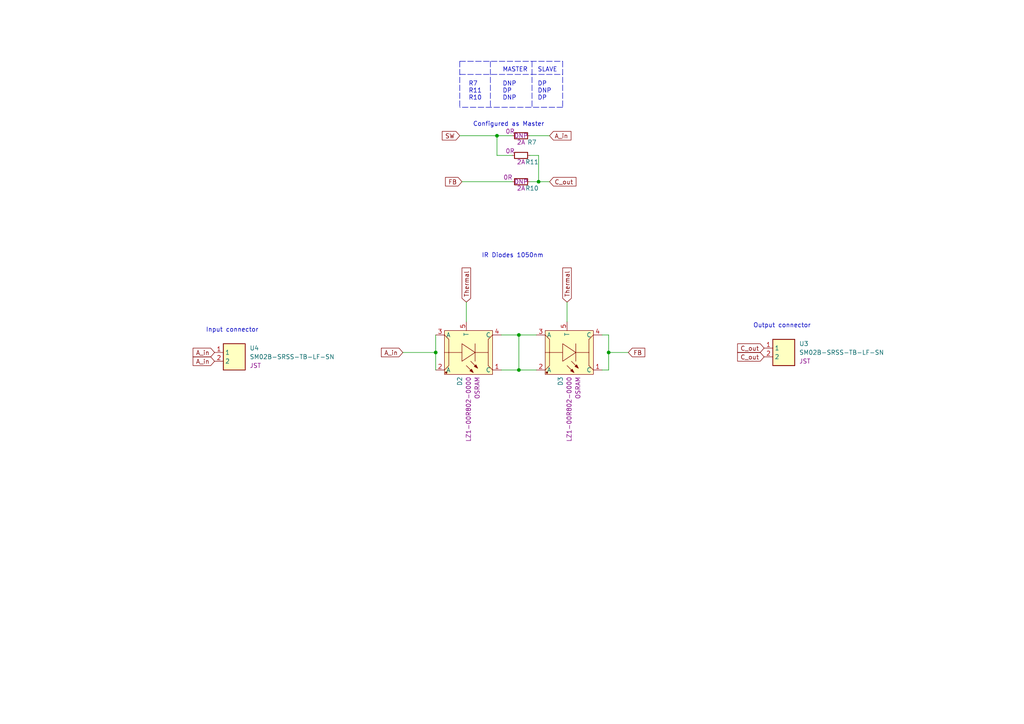
<source format=kicad_sch>
(kicad_sch (version 20211123) (generator eeschema)
  (paper "A4")
  (lib_symbols
    (symbol "antmicroLEDIndicationDiscrete:LZ1-00R802-0000"
      (property "Reference" "D" (at 9.398 7.112 0))
      (property "MPN" "LZ1-00R802-0000" (at 10.16 4.826 0))
      (property "Manufacturer" "OSRAM" (at 9.144 2.794 0))
      (symbol "LZ1-00R802-0000_0_1"
        (polyline (pts (xy 3.81 -8.89) (xy 2.54 -10.16)))
        (polyline (pts (xy 3.81 -5.08) (xy 3.81 -8.89)))
        (polyline (pts (xy 3.81 -5.08) (xy 3.81 -1.27)))
        (polyline (pts (xy 3.81 -1.27) (xy 2.54 0)))
        (polyline (pts (xy 8.89 -2.54) (xy 7.62 -1.27)))
        (polyline (pts (xy 10.16 -1.27) (xy 8.89 0)))
        (polyline (pts (xy 15.24 -5.08) (xy 16.51 -5.08)))
        (polyline (pts (xy 15.24 -5.08) (xy 15.24 -8.89) (xy 16.51 -10.16)))
        (polyline (pts (xy 7.62 -5.08) (xy 11.43 -2.54) (xy 11.43 -7.62) (xy 7.62 -5.08)))
        (polyline (pts (xy 11.43 -5.08) (xy 15.24 -5.08) (xy 15.24 -1.27) (xy 16.51 0)))
        (polyline (pts (xy 2.54 1.27) (xy 2.54 -11.43) (xy 16.51 -11.43) (xy 16.51 1.27) (xy 2.54 1.27)) (fill (type background)))
        (polyline (pts (xy 3.81 -5.08) (xy 7.62 -5.08) (xy 7.62 -2.54) (xy 7.62 -7.62) (xy 7.62 -5.08)))
        (polyline (pts (xy 7.62 -1.27) (xy 7.366 -1.524) (xy 6.858 -0.508) (xy 7.874 -1.016) (xy 7.62 -1.27)) (fill (type outline)))
        (polyline (pts (xy 8.89 0) (xy 8.636 -0.254) (xy 8.128 0.762) (xy 9.144 0.254) (xy 8.89 0)) (fill (type outline)))
        (circle (center 16.002 0.762) (radius 0.254) (fill (type outline)))
      )
      (symbol "LZ1-00R802-0000_1_1"
        (pin output line (at 0 0 0) (length 2.54) (name "C") (number "1"))
        (pin input line (at 19.05 0 180) (length 2.54) (name "A") (number "2"))
        (pin input line (at 19.05 -10.16 180) (length 2.54) (name "A") (number "3"))
        (pin output line (at 0 -10.16 0) (length 2.54) (name "C") (number "4"))
        (pin input line (at 10.16 -13.97 90) (length 2.54) (name "T") (number "5"))
      )
    )
    (symbol "antmicroRectangularConnectorsHeadersMalePins:SM02B-SRSS-TB-LF-SN"
      (property "Reference" "U" (at 1.27 8.89 0))
      (property "Value" "SM02B-SRSS-TB-LF-SN" (at 12.7 3.81 0))
      (property "Manufacturer" "JST" (at 2.54 6.35 0))
      (symbol "SM02B-SRSS-TB-LF-SN_1_1"
        (rectangle (start 2.54 2.54) (end 8.89 -5.08) (stroke (width 0.254)) (fill (type background)))
        (pin passive line (at 0 0 0) (length 2.54) (name "1") (number "1"))
        (pin passive line (at 0 -2.54 0) (length 2.54) (name "2") (number "2"))
      )
    )
    (symbol "antmicroResistorsmisc:R_0R_1206" (pin_numbers hide) (pin_names hide)
      (property "Reference" "R" (at 20.32 -5.08 0))
      (property "Val" "0R" (at 20.32 -7.62 0))
      (property "Current" "2A" (at 20.32 -30.48 0))
      (symbol "R_0R_1206_0_1"
        (rectangle (start 0.635 0.889) (end 4.445 -0.889) (stroke (width 0.254)))
      )
      (symbol "R_0R_1206_1_1"
        (pin passive line (at 0 0 0) (length 0.635) (name "~") (number "1"))
        (pin passive line (at 5.08 0 180) (length 0.635) (name "~") (number "2"))
      )
    )
  )
  (junction (at 144.145 39.37))
  (junction (at 156.21 52.705))
  (junction (at 176.53 102.235))
  (junction (at 150.495 107.315))
  (junction (at 126.365 102.235))
  (junction (at 150.495 97.155))
  (polyline (pts (xy 133.35 17.78) (xy 133.35 31.115)))
  (wire (pts (xy 174.625 107.315) (xy 176.53 107.315)))
  (polyline (pts (xy 133.35 17.78) (xy 163.195 17.78)))
  (wire (pts (xy 156.21 52.705) (xy 159.385 52.705)))
  (wire (pts (xy 133.35 39.37) (xy 144.145 39.37)))
  (wire (pts (xy 174.625 97.155) (xy 176.53 97.155)))
  (wire (pts (xy 145.415 97.155) (xy 150.495 97.155)))
  (polyline (pts (xy 163.195 31.115) (xy 133.35 31.115)))
  (polyline (pts (xy 163.195 17.78) (xy 163.195 31.115)))
  (wire (pts (xy 145.415 107.315) (xy 150.495 107.315)))
  (polyline (pts (xy 142.24 17.78) (xy 142.24 31.115)))
  (wire (pts (xy 164.465 93.345) (xy 164.465 87.63)))
  (wire (pts (xy 150.495 97.155) (xy 150.495 107.315)))
  (wire (pts (xy 116.84 102.235) (xy 126.365 102.235)))
  (wire (pts (xy 144.145 45.085) (xy 148.59 45.085)))
  (wire (pts (xy 153.67 45.085) (xy 156.21 45.085)))
  (wire (pts (xy 176.53 102.235) (xy 176.53 97.155)))
  (wire (pts (xy 126.365 102.235) (xy 126.365 97.155)))
  (wire (pts (xy 150.495 97.155) (xy 155.575 97.155)))
  (wire (pts (xy 150.495 107.315) (xy 155.575 107.315)))
  (wire (pts (xy 176.53 107.315) (xy 176.53 102.235)))
  (wire (pts (xy 144.145 39.37) (xy 148.59 39.37)))
  (wire (pts (xy 144.145 39.37) (xy 144.145 45.085)))
  (wire (pts (xy 153.67 52.705) (xy 156.21 52.705)))
  (polyline (pts (xy 154.305 17.78) (xy 154.305 31.115)))
  (wire (pts (xy 159.385 39.37) (xy 153.67 39.37)))
  (polyline (pts (xy 133.35 21.59) (xy 163.195 21.59)))
  (wire (pts (xy 156.21 45.085) (xy 156.21 52.705)))
  (wire (pts (xy 182.245 102.235) (xy 176.53 102.235)))
  (wire (pts (xy 133.985 52.705) (xy 148.59 52.705)))
  (wire (pts (xy 135.255 93.345) (xy 135.255 87.63)))
  (wire (pts (xy 126.365 107.315) (xy 126.365 102.235)))
  (text "Output connector" (at 218.44 95.25 0) (effects (font (size 1.27 1.27)) (justify left bottom)))
  (text "IR Diodes 1050nm" (at 139.7 74.93 0) (effects (font (size 1.27 1.27)) (justify left bottom)))
  (text "		MASTER	SLAVE\n\nR7  	DNP		DP\nR11		DP		DNP\nR10		DNP		DP" (at 135.89 29.21 0) (effects (font (size 1.27 1.27)) (justify left bottom)))
  (text "Input connector" (at 59.69 96.52 0) (effects (font (size 1.27 1.27)) (justify left bottom)))
  (text "Configured as Master" (at 137.16 36.83 0) (effects (font (size 1.27 1.27)) (justify left bottom)))
  (global_label "SW" (shape input) (at 133.35 39.37 180) (property "Intersheet References" "${INTERSHEET_REFS}" (effects hide)))
  (global_label "FB" (shape input) (at 182.245 102.235 0) (property "Intersheet References" "${INTERSHEET_REFS}" (effects hide)))
  (global_label "A_in" (shape input) (at 62.23 102.235 180) (property "Intersheet References" "${INTERSHEET_REFS}" (effects hide)))
  (global_label "C_out" (shape input) (at 221.615 100.965 180) (property "Intersheet References" "${INTERSHEET_REFS}" (effects hide)))
  (global_label "A_in" (shape input) (at 62.23 104.775 180) (property "Intersheet References" "${INTERSHEET_REFS}" (effects hide)))
  (global_label "A_in" (shape input) (at 159.385 39.37 0) (property "Intersheet References" "${INTERSHEET_REFS}" (effects hide)))
  (global_label "Thermal" (shape input) (at 164.465 87.63 90) (property "Intersheet References" "${INTERSHEET_REFS}" (effects hide)))
  (global_label "FB" (shape input) (at 133.985 52.705 180) (property "Intersheet References" "${INTERSHEET_REFS}" (effects hide)))
  (global_label "Thermal" (shape input) (at 135.255 87.63 90) (property "Intersheet References" "${INTERSHEET_REFS}" (effects hide)))
  (global_label "C_out" (shape input) (at 159.385 52.705 0) (property "Intersheet References" "${INTERSHEET_REFS}" (effects hide)))
  (global_label "C_out" (shape input) (at 221.615 103.505 180) (property "Intersheet References" "${INTERSHEET_REFS}" (effects hide)))
  (global_label "A_in" (shape input) (at 116.84 102.235 180) (property "Intersheet References" "${INTERSHEET_REFS}" (effects hide)))
  (symbol (lib_id "antmicroLEDIndicationDiscrete:LZ1-00R802-0000") (at 174.625 107.315 180) (unit 1)
    (property "Reference" "D3" (at 162.5599 109.22 90) (effects (justify left)))
    (property "Value" "LZ1-00R802-0000" (effects hide))
    (property "Footprint" "antmicro-footprints:LZ1-00R802_4EP_4.4x4.4" (effects hide))
    (property "Datasheet" "https://dammedia.osram.info/media/resource/hires/osram-dam-20512286/LZ1-00R802_EN.pdf" (effects hide))
    (property "MPN" "LZ1-00R802-0000" (at 165.0999 109.22 90) (effects (justify left)))
    (property "Manufacturer" "OSRAM" (at 167.6399 109.22 90) (effects (justify left)))
    (property "License" "Apache-2.0 License" (effects hide))
    (property "Copyright" "Copyright (c) 2023 Antmicro" (effects hide))
  )
  (symbol (lib_id "antmicroRectangularConnectorsHeadersMalePins:SM02B-SRSS-TB-LF-SN") (at 221.615 100.965 0) (unit 1)
    (property "Reference" "U3" (at 231.775 99.6949 0) (effects (justify left)))
    (property "Value" "SM02B-SRSS-TB-LF-SN" (at 231.775 102.2349 0) (effects (justify left)))
    (property "Footprint" "antmicro-footprints:JST_SM02B-SRSS-TB(LF)(SN)" (effects hide))
    (property "Datasheet" "https://www.farnell.com/datasheets/2082363.pdf" (effects hide))
    (property "MPN" "SM02B-SRSS-TB (LF)(SN)" (effects hide))
    (property "Manufacturer" "JST" (at 231.775 104.7749 0) (effects (justify left)))
    (property "Copyright" "Copyright (c) 2023 Antmicro" (effects hide))
    (property "License" "Apache-2.0 License" (effects hide))
  )
  (symbol (lib_id "antmicroLEDIndicationDiscrete:LZ1-00R802-0000") (at 145.415 107.315 180) (unit 1)
    (property "Reference" "D2" (at 133.3499 109.22 90) (effects (justify left)))
    (property "Value" "LZ1-00R802-0000" (effects hide))
    (property "Footprint" "antmicro-footprints:LZ1-00R802_4EP_4.4x4.4" (effects hide))
    (property "Datasheet" "https://dammedia.osram.info/media/resource/hires/osram-dam-20512286/LZ1-00R802_EN.pdf" (effects hide))
    (property "MPN" "LZ1-00R802-0000" (at 135.8899 109.22 90) (effects (justify left)))
    (property "Manufacturer" "OSRAM" (at 138.4299 109.22 90) (effects (justify left)))
    (property "License" "Apache-2.0 License" (effects hide))
    (property "Copyright" "Copyright (c) 2023 Antmicro" (effects hide))
  )
  (symbol (lib_id "antmicroResistorsmisc:R_0R_1206") (at 153.67 52.705 180) (unit 1)
    (property "Reference" "R10" (at 154.305 54.61 0))
    (property "Value" "R_0R_1206" (effects hide))
    (property "Footprint" "antmicro-footprints:R_1206_3216Metric" (effects hide))
    (property "Datasheet" "https://www.farnell.com/datasheets/2860635.pdf" (effects hide))
    (property "MPN" "MCMR12X000_PTL" (effects hide))
    (property "Manufacturer" "Multicomp PRO" (effects hide))
    (property "License" "Apache-2.0 License" (effects hide))
    (property "Copyright" "Copyright (c) 2023 Antmicro" (effects hide))
    (property "Val" "0R" (at 147.32 51.435 0))
    (property "Current" "2A" (at 151.13 54.61 0))
    (property "DNP" "DNP" (at 151.13 52.705 0))
  )
  (symbol (lib_id "antmicroResistorsmisc:R_0R_1206") (at 153.67 45.085 180) (unit 1)
    (property "Reference" "R11" (at 154.305 46.99 0))
    (property "Value" "R_0R_1206" (effects hide))
    (property "Footprint" "antmicro-footprints:R_1206_3216Metric" (effects hide))
    (property "Datasheet" "https://www.farnell.com/datasheets/2860635.pdf" (effects hide))
    (property "MPN" "MCMR12X000_PTL" (effects hide))
    (property "Manufacturer" "Multicomp PRO" (effects hide))
    (property "License" "Apache-2.0 License" (effects hide))
    (property "Copyright" "Copyright (c) 2023 Antmicro" (effects hide))
    (property "Val" "0R" (at 147.955 43.815 0))
    (property "Current" "2A" (at 151.13 46.99 0))
  )
  (symbol (lib_id "antmicroResistorsmisc:R_0R_1206") (at 153.67 39.37 180) (unit 1)
    (property "Reference" "R7" (at 154.305 41.275 0))
    (property "Value" "R_0R_1206" (effects hide))
    (property "Footprint" "antmicro-footprints:R_1206_3216Metric" (effects hide))
    (property "Datasheet" "https://www.farnell.com/datasheets/2860635.pdf" (effects hide))
    (property "MPN" "MCMR12X000_PTL" (effects hide))
    (property "Manufacturer" "Multicomp PRO" (effects hide))
    (property "License" "Apache-2.0 License" (effects hide))
    (property "Copyright" "Copyright (c) 2023 Antmicro" (effects hide))
    (property "Val" "0R" (at 147.955 38.1 0))
    (property "Current" "2A" (at 151.13 41.275 0))
    (property "DNP" "DNP" (at 151.13 39.37 0))
  )
  (symbol (lib_id "antmicroRectangularConnectorsHeadersMalePins:SM02B-SRSS-TB-LF-SN") (at 62.23 102.235 0) (unit 1)
    (property "Reference" "U4" (at 72.39 100.9649 0) (effects (justify left)))
    (property "Value" "SM02B-SRSS-TB-LF-SN" (at 72.39 103.5049 0) (effects (justify left)))
    (property "Footprint" "antmicro-footprints:JST_SM02B-SRSS-TB(LF)(SN)" (effects hide))
    (property "Datasheet" "https://www.farnell.com/datasheets/2082363.pdf" (effects hide))
    (property "MPN" "SM02B-SRSS-TB (LF)(SN)" (effects hide))
    (property "Manufacturer" "JST" (at 72.39 106.0449 0) (effects (justify left)))
    (property "Copyright" "Copyright (c) 2023 Antmicro" (effects hide))
    (property "License" "Apache-2.0 License" (effects hide))
  )
)
</source>
